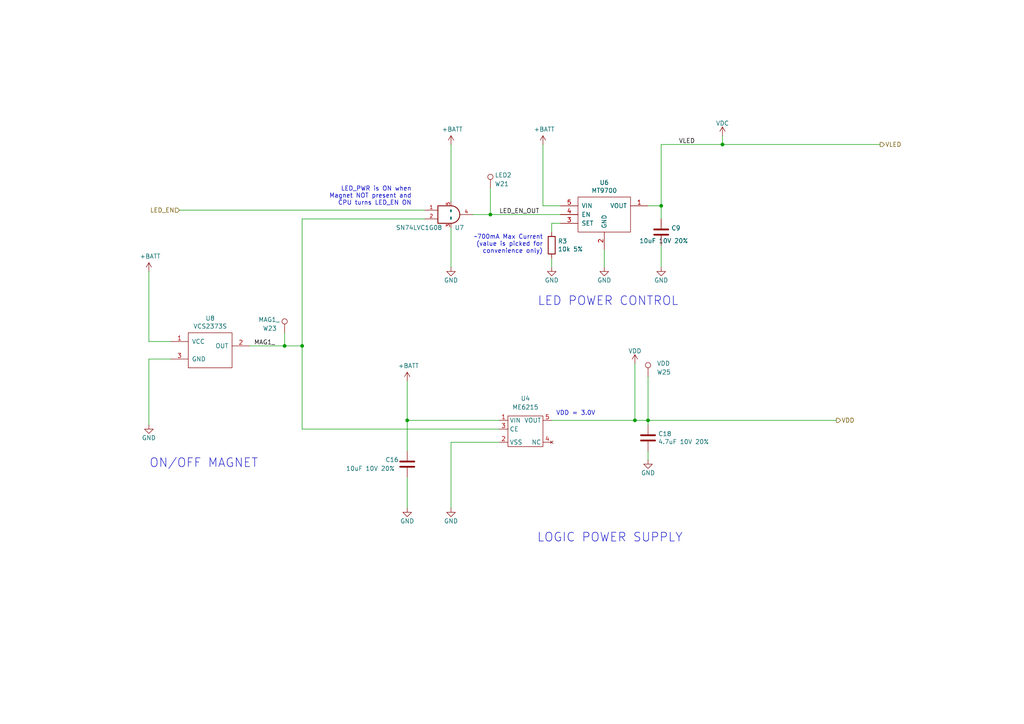
<source format=kicad_sch>
(kicad_sch (version 20230121) (generator eeschema)
  (paper "A4")
  (title_block (title "Pixels D20 Schematic, Power") (date "2020-04-13") (rev "2") (company "Systemic Games, LLC"))
  (lib_symbols
    (symbol "Device:C" (pin_numbers hide) (pin_names (offset 0.254))
      (property "Reference" "C" (at 0.635 2.54 0))
      (property "Value" "C" (at 0.635 -2.54 0))
      (symbol "C_0_1"
        (polyline (pts (xy -2.032 -0.762) (xy 2.032 -0.762)) (stroke (width 0.508)))
        (polyline (pts (xy -2.032 0.762) (xy 2.032 0.762)) (stroke (width 0.508)))
      )
      (symbol "C_1_1"
        (pin passive line (at 0 3.81 270) (length 2.794) (name "~") (number "1"))
        (pin passive line (at 0 -3.81 90) (length 2.794) (name "~") (number "2"))
      )
    )
    (symbol "Device:R" (pin_numbers hide) (pin_names (offset 0))
      (property "Reference" "R" (at 2.032 0 90))
      (property "Value" "R" (at 0 0 90))
      (symbol "R_0_1"
        (rectangle (start -1.016 -2.54) (end 1.016 2.54) (stroke (width 0.254)))
      )
      (symbol "R_1_1"
        (pin passive line (at 0 3.81 270) (length 1.27) (name "~") (number "1"))
        (pin passive line (at 0 -3.81 90) (length 1.27) (name "~") (number "2"))
      )
    )
    (symbol "Pixels-dice:74AHC1G08" (pin_names (offset 1.016))
      (property "Reference" "U" (at -2.54 3.81 0))
      (property "Value" "74AHC1G08" (at 0 -3.81 0))
      (symbol "74AHC1G08_0_1"
        (arc (start 0 -2.54) (mid 2.529 0) (end 0 2.54) (stroke (width 0.254)))
        (polyline (pts (xy 0 -2.54) (xy -3.81 -2.54) (xy -3.81 2.54) (xy 0 2.54)) (stroke (width 0.254)))
      )
      (symbol "74AHC1G08_1_1"
        (pin input line (at -7.62 1.27 0) (length 3.81) (name "~") (number "1"))
        (pin input line (at -7.62 -1.27 0) (length 3.81) (name "~") (number "2"))
        (pin power_in line (at 0 -3.81 90) (length 1.27) (name "GND") (number "3"))
        (pin output line (at 6.35 0 180) (length 3.81) (name "~") (number "4"))
        (pin power_in line (at 0 3.81 270) (length 1.27) (name "VCC") (number "5"))
      )
    )
    (symbol "Pixels-dice:ME6215"
      (property "Reference" "U" (at 3.175 -6.35 0))
      (property "Value" "ME6215" (at 0 5.08 0))
      (symbol "ME6215_0_1"
        (rectangle (start -5.08 3.81) (end 5.08 -5.08))
      )
      (symbol "ME6215_1_1"
        (pin power_in line (at -7.62 2.54 0) (length 2.54) (name "VIN") (number "1"))
        (pin power_in line (at -7.62 -3.81 0) (length 2.54) (name "VSS") (number "2"))
        (pin input line (at -7.62 0 0) (length 2.54) (name "CE") (number "3"))
        (pin no_connect line (at 7.62 -3.81 180) (length 2.54) (name "NC") (number "4"))
        (pin power_out line (at 7.62 2.54 180) (length 2.54) (name "VOUT") (number "5"))
      )
    )
    (symbol "Pixels-dice:MT9700" (pin_names (offset 1.016))
      (property "Reference" "U" (at 6.35 -6.35 0))
      (property "Value" "MT9700" (at 0 6.35 0))
      (symbol "MT9700_0_1"
        (rectangle (start -7.62 5.08) (end 7.62 -5.08))
      )
      (symbol "MT9700_1_1"
        (pin power_out line (at 12.7 2.54 180) (length 5.08) (name "VOUT") (number "1"))
        (pin power_in line (at 0 -10.16 90) (length 5.08) (name "GND") (number "2"))
        (pin input line (at -12.7 -2.54 0) (length 5.08) (name "SET") (number "3"))
        (pin input line (at -12.7 0 0) (length 5.08) (name "EN") (number "4"))
        (pin power_in line (at -12.7 2.54 0) (length 5.08) (name "VIN") (number "5"))
      )
    )
    (symbol "Pixels-dice:TEST_1P-conn" (pin_numbers hide) (pin_names (offset 0.762) hide)
      (property "Reference" "W" (at 0 6.858 0))
      (property "Value" "TEST_1P-conn" (at 0 5.08 0))
      (symbol "TEST_1P-conn_0_1"
        (circle (center 0 3.302) (radius 0.762))
      )
      (symbol "TEST_1P-conn_1_1"
        (pin passive line (at 0 0 90) (length 2.54) (name "1") (number "1"))
      )
    )
    (symbol "Pixels-dice:TMR1366" (pin_names (offset 1.016))
      (property "Reference" "U" (at 3.81 -6.35 0))
      (property "Value" "TMR1366" (at 0 6.35 0))
      (symbol "TMR1366_1_1"
        (rectangle (start -6.35 5.08) (end 6.35 -5.08))
        (pin power_in line (at -11.43 2.54 0) (length 5.08) (name "VCC") (number "1"))
        (pin output line (at 11.43 1.27 180) (length 5.08) (name "OUT") (number "2"))
        (pin power_in line (at -11.43 -2.54 0) (length 5.08) (name "GND") (number "3"))
      )
    )
    (symbol "power:+BATT" (power) (pin_names (offset 0))
      (property "Value" "+BATT" (at 0 3.556 0))
      (symbol "+BATT_0_1"
        (polyline (pts (xy -0.762 1.27) (xy 0 2.54)))
        (polyline (pts (xy 0 0) (xy 0 2.54)))
        (polyline (pts (xy 0 2.54) (xy 0.762 1.27)))
      )
      (symbol "+BATT_1_1"
        (pin power_in line (at 0 0 90) (length 0) hide (name "+BATT") (number "1"))
      )
    )
    (symbol "power:GND" (power) (pin_names (offset 0))
      (property "Value" "GND" (at 0 -3.81 0))
      (symbol "GND_0_1"
        (polyline (pts (xy 0 0) (xy 0 -1.27) (xy 1.27 -1.27) (xy 0 -2.54) (xy -1.27 -1.27) (xy 0 -1.27)))
      )
      (symbol "GND_1_1"
        (pin power_in line (at 0 0 270) (length 0) hide (name "GND") (number "1"))
      )
    )
    (symbol "power:VDC" (power) (pin_names (offset 0))
      (property "Value" "VDC" (at 0 6.35 0))
      (symbol "VDC_0_1"
        (polyline (pts (xy -0.762 1.27) (xy 0 2.54)))
        (polyline (pts (xy 0 0) (xy 0 2.54)))
        (polyline (pts (xy 0 2.54) (xy 0.762 1.27)))
      )
      (symbol "VDC_1_1"
        (pin power_in line (at 0 0 90) (length 0) hide (name "VDC") (number "1"))
      )
    )
    (symbol "power:VDD" (power) (pin_names (offset 0))
      (property "Value" "VDD" (at 0 3.81 0))
      (symbol "VDD_0_1"
        (polyline (pts (xy -0.762 1.27) (xy 0 2.54)))
        (polyline (pts (xy 0 0) (xy 0 2.54)))
        (polyline (pts (xy 0 2.54) (xy 0.762 1.27)))
      )
      (symbol "VDD_1_1"
        (pin power_in line (at 0 0 90) (length 0) hide (name "VDD") (number "1"))
      )
    )
  )
  (junction (at 142.24 62.23))
  (junction (at 209.55 41.91))
  (junction (at 87.63 100.33))
  (junction (at 82.55 100.33))
  (junction (at 191.77 59.69))
  (junction (at 187.96 121.92))
  (junction (at 184.15 121.92))
  (junction (at 118.11 121.92))
  (wire (pts (xy 118.11 138.43) (xy 118.11 147.32)))
  (wire (pts (xy 187.96 121.92) (xy 187.96 123.19)))
  (wire (pts (xy 184.15 105.41) (xy 184.15 121.92)))
  (wire (pts (xy 87.63 100.33) (xy 82.55 100.33)))
  (wire (pts (xy 43.18 78.74) (xy 43.18 99.06)))
  (wire (pts (xy 49.53 104.14) (xy 43.18 104.14)))
  (wire (pts (xy 255.27 41.91) (xy 209.55 41.91)))
  (wire (pts (xy 175.26 72.39) (xy 175.26 77.47)))
  (wire (pts (xy 187.96 109.22) (xy 187.96 121.92)))
  (wire (pts (xy 52.07 60.96) (xy 123.19 60.96)))
  (wire (pts (xy 43.18 104.14) (xy 43.18 123.19)))
  (wire (pts (xy 187.96 121.92) (xy 242.57 121.92)))
  (wire (pts (xy 191.77 63.5) (xy 191.77 59.69)))
  (wire (pts (xy 209.55 41.91) (xy 191.77 41.91)))
  (wire (pts (xy 162.56 59.69) (xy 157.48 59.69)))
  (wire (pts (xy 87.63 63.5) (xy 87.63 100.33)))
  (wire (pts (xy 130.81 66.04) (xy 130.81 77.47)))
  (wire (pts (xy 43.18 99.06) (xy 49.53 99.06)))
  (wire (pts (xy 130.81 41.91) (xy 130.81 58.42)))
  (wire (pts (xy 142.24 62.23) (xy 162.56 62.23)))
  (wire (pts (xy 209.55 39.37) (xy 209.55 41.91)))
  (wire (pts (xy 162.56 64.77) (xy 160.02 64.77)))
  (wire (pts (xy 160.02 74.93) (xy 160.02 77.47)))
  (wire (pts (xy 137.16 62.23) (xy 142.24 62.23)))
  (wire (pts (xy 87.63 124.46) (xy 144.78 124.46)))
  (wire (pts (xy 118.11 110.49) (xy 118.11 121.92)))
  (wire (pts (xy 118.11 121.92) (xy 144.78 121.92)))
  (wire (pts (xy 82.55 100.33) (xy 72.39 100.33)))
  (wire (pts (xy 187.96 130.81) (xy 187.96 133.35)))
  (wire (pts (xy 160.02 64.77) (xy 160.02 67.31)))
  (wire (pts (xy 144.78 128.27) (xy 130.81 128.27)))
  (wire (pts (xy 184.15 121.92) (xy 187.96 121.92)))
  (wire (pts (xy 187.96 59.69) (xy 191.77 59.69)))
  (wire (pts (xy 87.63 100.33) (xy 87.63 124.46)))
  (wire (pts (xy 157.48 41.91) (xy 157.48 59.69)))
  (wire (pts (xy 142.24 54.61) (xy 142.24 62.23)))
  (wire (pts (xy 191.77 41.91) (xy 191.77 59.69)))
  (wire (pts (xy 82.55 96.52) (xy 82.55 100.33)))
  (wire (pts (xy 87.63 63.5) (xy 123.19 63.5)))
  (wire (pts (xy 118.11 130.81) (xy 118.11 121.92)))
  (wire (pts (xy 191.77 71.12) (xy 191.77 77.47)))
  (wire (pts (xy 160.02 121.92) (xy 184.15 121.92)))
  (wire (pts (xy 130.81 128.27) (xy 130.81 147.32)))
  (text "LOGIC POWER SUPPLY" (at 198.12 157.48 0) (effects (font (size 2.54 2.54)) (justify right bottom)))
  (text "ON/OFF MAGNET" (at 74.93 135.89 0) (effects (font (size 2.54 2.54)) (justify right bottom)))
  (text "LED_PWR is ON when\nMagnet NOT present and\nCPU turns LED_EN ON" (at 119.38 59.69 0) (effects (font (size 1.27 1.27)) (justify right bottom)))
  (text "LED POWER CONTROL" (at 196.85 88.9 0) (effects (font (size 2.54 2.54)) (justify right bottom)))
  (text "~700mA Max Current\n(value is picked for\nconvenience only)" (at 157.48 73.66 0) (effects (font (size 1.27 1.27)) (justify right bottom)))
  (text "VDD = 3.0V" (at 172.72 120.65 0) (effects (font (size 1.27 1.27)) (justify right bottom)))
  (label "MAG1_" (at 73.66 100.33 0))
  (label "VLED" (at 196.85 41.91 0))
  (label "LED_EN_OUT" (at 144.78 62.23 0))
  (hierarchical_label "LED_EN" (shape input) (at 52.07 60.96 180))
  (hierarchical_label "VDD" (shape output) (at 242.57 121.92 0))
  (hierarchical_label "VLED" (shape output) (at 255.27 41.91 0))
  (symbol (lib_id "Pixels-dice:TEST_1P-conn") (at 142.24 54.61 0) (unit 1) (in_bom no)
    (property "Reference" "W21" (at 143.51 53.34 0) (effects (justify left)))
    (property "Value" "LED2" (at 143.51 50.8 0) (effects (justify left)))
    (property "Footprint" "Pixels-dice:TEST_PIN" (effects hide))
    (property "Generic OK" "N/A" (effects hide))
  )
  (symbol (lib_id "power:+BATT") (at 157.48 41.91 0) (unit 1)
    (property "Reference" "#PWR033" (effects hide))
    (property "Value" "+BATT" (at 157.861 37.5158 0))
  )
  (symbol (lib_id "power:GND") (at 175.26 77.47 0) (unit 1)
    (property "Reference" "#PWR038" (effects hide))
    (property "Value" "GND" (at 175.26 81.28 0))
  )
  (symbol (lib_id "power:GND") (at 43.18 123.19 0) (unit 1)
    (property "Reference" "#PWR039" (effects hide))
    (property "Value" "GND" (at 43.18 127 0))
  )
  (symbol (lib_id "power:+BATT") (at 43.18 78.74 0) (unit 1)
    (property "Reference" "#PWR036" (effects hide))
    (property "Value" "+BATT" (at 43.561 74.3458 0))
  )
  (symbol (lib_id "Pixels-dice:TEST_1P-conn") (at 82.55 96.52 0) (unit 1) (in_bom no)
    (property "Reference" "W23" (at 76.2 95.25 0) (effects (justify left)))
    (property "Value" "MAG1_" (at 74.93 92.71 0) (effects (justify left)))
    (property "Footprint" "Pixels-dice:TEST_PIN" (effects hide))
    (property "Generic OK" "N/A" (effects hide))
  )
  (symbol (lib_id "Pixels-dice:74AHC1G08") (at 130.81 62.23 0) (unit 1)
    (property "Reference" "U7" (at 134.62 66.04 0) (effects (justify right)))
    (property "Value" "SN74LVC1G08" (at 128.27 66.04 0) (effects (justify right)))
    (property "Footprint" "Pixels-dice:SOT-353_SC-70-5" (effects hide))
    (property "Datasheet" "http://www.ti.com/lit/sg/scyt129e/scyt129e.pdf" (effects hide))
    (property "Generic OK" "YES" (effects hide))
    (property "Manufacturer" "UMW(Youtai Semiconductor Co., Ltd.)" (effects hide))
    (property "Manufacturer Part Number" "SN74LVC1G08DCKR" (effects hide))
    (property "Pixels Part Number" "SMD-U007" (effects hide))
  )
  (symbol (lib_id "power:+BATT") (at 130.81 41.91 0) (unit 1)
    (property "Reference" "#PWR020" (effects hide))
    (property "Value" "+BATT" (at 131.191 37.5158 0))
  )
  (symbol (lib_id "power:GND") (at 130.81 77.47 0) (unit 1)
    (property "Reference" "#PWR034" (effects hide))
    (property "Value" "GND" (at 130.81 81.28 0))
  )
  (symbol (lib_id "Pixels-dice:TMR1366") (at 60.96 101.6 0) (unit 1)
    (property "Reference" "U8" (at 60.96 92.329 0))
    (property "Value" "VCS2373S" (at 60.96 94.6404 0))
    (property "Footprint" "Package_TO_SOT_SMD:SOT-23" (effects hide))
    (property "Generic OK" "NO" (effects hide))
    (property "Manufacturer" "HUAXIN" (effects hide))
    (property "Manufacturer Part Number" "VCS2373S" (effects hide))
    (property "Pixels Part Number" "SMD-U008-ALT8" (effects hide))
  )
  (symbol (lib_id "Device:C") (at 191.77 67.31 0) (unit 1)
    (property "Reference" "C9" (at 194.691 66.1416 0) (effects (justify left)))
    (property "Value" "10uF 10V 20%" (at 185.42 69.85 0) (effects (justify left)))
    (property "Footprint" "Pixels-dice:C_0402_1005Metric" (effects hide))
    (property "Generic OK" "YES" (effects hide))
    (property "Pixels Part Number" "SMD-C002" (effects hide))
    (property "Manufacturer" "Murata" (effects hide))
    (property "Manufacturer Part Number" "GRM155R60J106ME05D" (effects hide))
  )
  (symbol (lib_id "power:GND") (at 191.77 77.47 0) (unit 1)
    (property "Reference" "#PWR0142" (effects hide))
    (property "Value" "GND" (at 191.77 81.28 0))
  )
  (symbol (lib_id "Pixels-dice:MT9700") (at 175.26 62.23 0) (unit 1)
    (property "Reference" "U6" (at 175.26 52.959 0))
    (property "Value" "MT9700" (at 175.26 55.2704 0))
    (property "Footprint" "Pixels-dice:SOT-23-5" (effects hide))
    (property "Manufacturer" "XI'AN Aerosemi Tech" (effects hide))
    (property "Manufacturer Part Number" "MT9700" (effects hide))
    (property "Pixels Part Number" "SMD-U006-ALT2" (effects hide))
    (property "Generic OK" "NO" (effects hide))
  )
  (symbol (lib_id "Device:R") (at 160.02 71.12 0) (unit 1)
    (property "Reference" "R3" (at 161.798 69.9516 0) (effects (justify left)))
    (property "Value" "10k 5%" (at 161.798 72.263 0) (effects (justify left)))
    (property "Footprint" "Pixels-dice:R_0402_1005Metric" (effects hide))
    (property "Generic OK" "YES" (effects hide))
    (property "Manufacturer" "UNI-ROYAL(Uniroyal Elec)" (effects hide))
    (property "Manufacturer Part Number" "0402WGJ0103TCE" (effects hide))
    (property "Pixels Part Number" "SMD-R002" (effects hide))
  )
  (symbol (lib_id "power:GND") (at 160.02 77.47 0) (unit 1)
    (property "Reference" "#PWR0101" (effects hide))
    (property "Value" "GND" (at 160.02 81.28 0))
  )
  (symbol (lib_id "Device:C") (at 187.96 127 0) (unit 1)
    (property "Reference" "C18" (at 190.881 125.8316 0) (effects (justify left)))
    (property "Value" "4.7uF 10V 20%" (at 190.881 128.143 0) (effects (justify left)))
    (property "Footprint" "Pixels-dice:C_0402_1005Metric" (effects hide))
    (property "Generic OK" "YES" (effects hide))
    (property "Pixels Part Number" "SMD-C002" (effects hide))
    (property "Manufacturer" "Murata" (effects hide))
    (property "Manufacturer Part Number" "GRM155R61A475MEAAJ" (effects hide))
  )
  (symbol (lib_id "power:VDC") (at 209.55 39.37 0) (unit 1)
    (property "Reference" "#PWR026" (effects hide))
    (property "Value" "VDC" (at 209.55 35.7655 0))
  )
  (symbol (lib_id "Pixels-dice:TEST_1P-conn") (at 187.96 109.22 0) (unit 1) (in_bom no)
    (property "Reference" "W25" (at 190.5 107.95 0) (effects (justify left)))
    (property "Value" "VDD" (at 190.5 105.41 0) (effects (justify left)))
    (property "Footprint" "Pixels-dice:TEST_PIN" (effects hide))
    (property "Generic OK" "N/A" (effects hide))
  )
  (symbol (lib_id "power:+BATT") (at 118.11 110.49 0) (unit 1)
    (property "Reference" "#PWR0126" (effects hide))
    (property "Value" "+BATT" (at 118.491 106.0958 0))
  )
  (symbol (lib_id "Pixels-dice:ME6215") (at 152.4 124.46 0) (unit 1)
    (property "Reference" "U4" (at 152.4 115.57 0))
    (property "Value" "ME6215" (at 152.4 118.11 0))
    (property "Footprint" "Pixels-dice:SOT-23-5" (effects hide))
    (property "Generic OK" "NO" (effects hide))
    (property "Manufacturer" "MICRONE(Nanjing Micro One Elec)" (effects hide))
    (property "Manufacturer Part Number" "ME6215C30M5G" (effects hide))
  )
  (symbol (lib_id "power:VDD") (at 184.15 105.41 0) (unit 1)
    (property "Reference" "#PWR0125" (effects hide))
    (property "Value" "VDD" (at 184.15 101.8055 0))
  )
  (symbol (lib_id "power:GND") (at 187.96 133.35 0) (unit 1)
    (property "Reference" "#PWR0124" (effects hide))
    (property "Value" "GND" (at 187.96 137.16 0))
  )
  (symbol (lib_id "power:GND") (at 118.11 147.32 0) (unit 1)
    (property "Reference" "#PWR0127" (effects hide))
    (property "Value" "GND" (at 118.11 151.13 0))
  )
  (symbol (lib_id "Device:C") (at 118.11 134.62 0) (unit 1)
    (property "Reference" "C16" (at 111.76 133.35 0) (effects (justify left)))
    (property "Value" "10uF 10V 20%" (at 100.33 135.89 0) (effects (justify left)))
    (property "Footprint" "Pixels-dice:C_0402_1005Metric" (effects hide))
    (property "Generic OK" "YES" (effects hide))
    (property "Pixels Part Number" "SMD-C002" (effects hide))
    (property "Manufacturer" "Murata" (effects hide))
    (property "Manufacturer Part Number" "GRM155R60J106ME05D" (effects hide))
  )
  (symbol (lib_id "power:GND") (at 130.81 147.32 0) (unit 1)
    (property "Reference" "#PWR0128" (effects hide))
    (property "Value" "GND" (at 130.81 151.13 0))
  )
)
</source>
